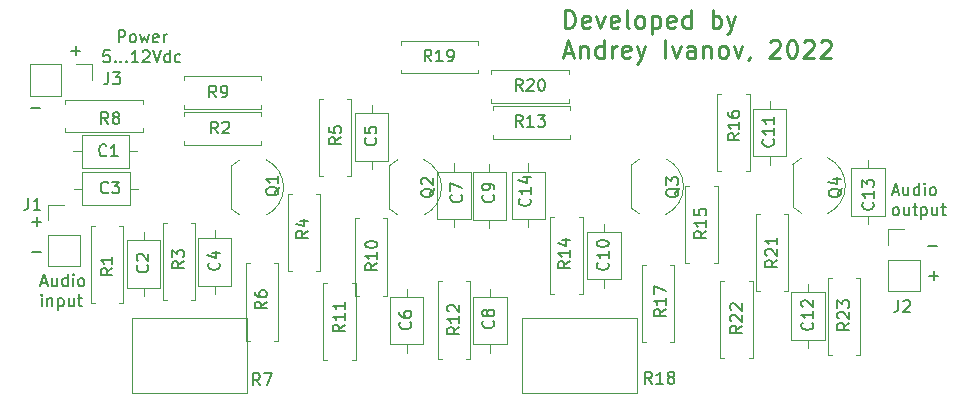
<source format=gbr>
%TF.GenerationSoftware,KiCad,Pcbnew,5.1.12*%
%TF.CreationDate,2021-12-29T22:32:17+01:00*%
%TF.ProjectId,Amplifier,416d706c-6966-4696-9572-2e6b69636164,rev?*%
%TF.SameCoordinates,Original*%
%TF.FileFunction,Legend,Top*%
%TF.FilePolarity,Positive*%
%FSLAX46Y46*%
G04 Gerber Fmt 4.6, Leading zero omitted, Abs format (unit mm)*
G04 Created by KiCad (PCBNEW 5.1.12) date 2021-12-29 22:32:17*
%MOMM*%
%LPD*%
G01*
G04 APERTURE LIST*
%ADD10C,0.250000*%
%ADD11C,0.150000*%
%ADD12C,0.200000*%
%ADD13C,0.120000*%
G04 APERTURE END LIST*
D10*
X146315642Y-46164571D02*
X146315642Y-44664571D01*
X146672785Y-44664571D01*
X146887071Y-44736000D01*
X147029928Y-44878857D01*
X147101357Y-45021714D01*
X147172785Y-45307428D01*
X147172785Y-45521714D01*
X147101357Y-45807428D01*
X147029928Y-45950285D01*
X146887071Y-46093142D01*
X146672785Y-46164571D01*
X146315642Y-46164571D01*
X148387071Y-46093142D02*
X148244214Y-46164571D01*
X147958500Y-46164571D01*
X147815642Y-46093142D01*
X147744214Y-45950285D01*
X147744214Y-45378857D01*
X147815642Y-45236000D01*
X147958500Y-45164571D01*
X148244214Y-45164571D01*
X148387071Y-45236000D01*
X148458500Y-45378857D01*
X148458500Y-45521714D01*
X147744214Y-45664571D01*
X148958500Y-45164571D02*
X149315642Y-46164571D01*
X149672785Y-45164571D01*
X150815642Y-46093142D02*
X150672785Y-46164571D01*
X150387071Y-46164571D01*
X150244214Y-46093142D01*
X150172785Y-45950285D01*
X150172785Y-45378857D01*
X150244214Y-45236000D01*
X150387071Y-45164571D01*
X150672785Y-45164571D01*
X150815642Y-45236000D01*
X150887071Y-45378857D01*
X150887071Y-45521714D01*
X150172785Y-45664571D01*
X151744214Y-46164571D02*
X151601357Y-46093142D01*
X151529928Y-45950285D01*
X151529928Y-44664571D01*
X152529928Y-46164571D02*
X152387071Y-46093142D01*
X152315642Y-46021714D01*
X152244214Y-45878857D01*
X152244214Y-45450285D01*
X152315642Y-45307428D01*
X152387071Y-45236000D01*
X152529928Y-45164571D01*
X152744214Y-45164571D01*
X152887071Y-45236000D01*
X152958500Y-45307428D01*
X153029928Y-45450285D01*
X153029928Y-45878857D01*
X152958500Y-46021714D01*
X152887071Y-46093142D01*
X152744214Y-46164571D01*
X152529928Y-46164571D01*
X153672785Y-45164571D02*
X153672785Y-46664571D01*
X153672785Y-45236000D02*
X153815642Y-45164571D01*
X154101357Y-45164571D01*
X154244214Y-45236000D01*
X154315642Y-45307428D01*
X154387071Y-45450285D01*
X154387071Y-45878857D01*
X154315642Y-46021714D01*
X154244214Y-46093142D01*
X154101357Y-46164571D01*
X153815642Y-46164571D01*
X153672785Y-46093142D01*
X155601357Y-46093142D02*
X155458500Y-46164571D01*
X155172785Y-46164571D01*
X155029928Y-46093142D01*
X154958500Y-45950285D01*
X154958500Y-45378857D01*
X155029928Y-45236000D01*
X155172785Y-45164571D01*
X155458500Y-45164571D01*
X155601357Y-45236000D01*
X155672785Y-45378857D01*
X155672785Y-45521714D01*
X154958500Y-45664571D01*
X156958500Y-46164571D02*
X156958500Y-44664571D01*
X156958500Y-46093142D02*
X156815642Y-46164571D01*
X156529928Y-46164571D01*
X156387071Y-46093142D01*
X156315642Y-46021714D01*
X156244214Y-45878857D01*
X156244214Y-45450285D01*
X156315642Y-45307428D01*
X156387071Y-45236000D01*
X156529928Y-45164571D01*
X156815642Y-45164571D01*
X156958500Y-45236000D01*
X158815642Y-46164571D02*
X158815642Y-44664571D01*
X158815642Y-45236000D02*
X158958500Y-45164571D01*
X159244214Y-45164571D01*
X159387071Y-45236000D01*
X159458500Y-45307428D01*
X159529928Y-45450285D01*
X159529928Y-45878857D01*
X159458500Y-46021714D01*
X159387071Y-46093142D01*
X159244214Y-46164571D01*
X158958500Y-46164571D01*
X158815642Y-46093142D01*
X160029928Y-45164571D02*
X160387071Y-46164571D01*
X160744214Y-45164571D02*
X160387071Y-46164571D01*
X160244214Y-46521714D01*
X160172785Y-46593142D01*
X160029928Y-46664571D01*
X146244214Y-48236000D02*
X146958500Y-48236000D01*
X146101357Y-48664571D02*
X146601357Y-47164571D01*
X147101357Y-48664571D01*
X147601357Y-47664571D02*
X147601357Y-48664571D01*
X147601357Y-47807428D02*
X147672785Y-47736000D01*
X147815642Y-47664571D01*
X148029928Y-47664571D01*
X148172785Y-47736000D01*
X148244214Y-47878857D01*
X148244214Y-48664571D01*
X149601357Y-48664571D02*
X149601357Y-47164571D01*
X149601357Y-48593142D02*
X149458500Y-48664571D01*
X149172785Y-48664571D01*
X149029928Y-48593142D01*
X148958500Y-48521714D01*
X148887071Y-48378857D01*
X148887071Y-47950285D01*
X148958500Y-47807428D01*
X149029928Y-47736000D01*
X149172785Y-47664571D01*
X149458500Y-47664571D01*
X149601357Y-47736000D01*
X150315642Y-48664571D02*
X150315642Y-47664571D01*
X150315642Y-47950285D02*
X150387071Y-47807428D01*
X150458500Y-47736000D01*
X150601357Y-47664571D01*
X150744214Y-47664571D01*
X151815642Y-48593142D02*
X151672785Y-48664571D01*
X151387071Y-48664571D01*
X151244214Y-48593142D01*
X151172785Y-48450285D01*
X151172785Y-47878857D01*
X151244214Y-47736000D01*
X151387071Y-47664571D01*
X151672785Y-47664571D01*
X151815642Y-47736000D01*
X151887071Y-47878857D01*
X151887071Y-48021714D01*
X151172785Y-48164571D01*
X152387071Y-47664571D02*
X152744214Y-48664571D01*
X153101357Y-47664571D02*
X152744214Y-48664571D01*
X152601357Y-49021714D01*
X152529928Y-49093142D01*
X152387071Y-49164571D01*
X154815642Y-48664571D02*
X154815642Y-47164571D01*
X155387071Y-47664571D02*
X155744214Y-48664571D01*
X156101357Y-47664571D01*
X157315642Y-48664571D02*
X157315642Y-47878857D01*
X157244214Y-47736000D01*
X157101357Y-47664571D01*
X156815642Y-47664571D01*
X156672785Y-47736000D01*
X157315642Y-48593142D02*
X157172785Y-48664571D01*
X156815642Y-48664571D01*
X156672785Y-48593142D01*
X156601357Y-48450285D01*
X156601357Y-48307428D01*
X156672785Y-48164571D01*
X156815642Y-48093142D01*
X157172785Y-48093142D01*
X157315642Y-48021714D01*
X158029928Y-47664571D02*
X158029928Y-48664571D01*
X158029928Y-47807428D02*
X158101357Y-47736000D01*
X158244214Y-47664571D01*
X158458500Y-47664571D01*
X158601357Y-47736000D01*
X158672785Y-47878857D01*
X158672785Y-48664571D01*
X159601357Y-48664571D02*
X159458500Y-48593142D01*
X159387071Y-48521714D01*
X159315642Y-48378857D01*
X159315642Y-47950285D01*
X159387071Y-47807428D01*
X159458500Y-47736000D01*
X159601357Y-47664571D01*
X159815642Y-47664571D01*
X159958500Y-47736000D01*
X160029928Y-47807428D01*
X160101357Y-47950285D01*
X160101357Y-48378857D01*
X160029928Y-48521714D01*
X159958500Y-48593142D01*
X159815642Y-48664571D01*
X159601357Y-48664571D01*
X160601357Y-47664571D02*
X160958500Y-48664571D01*
X161315642Y-47664571D01*
X161958500Y-48593142D02*
X161958500Y-48664571D01*
X161887071Y-48807428D01*
X161815642Y-48878857D01*
X163672785Y-47307428D02*
X163744214Y-47236000D01*
X163887071Y-47164571D01*
X164244214Y-47164571D01*
X164387071Y-47236000D01*
X164458500Y-47307428D01*
X164529928Y-47450285D01*
X164529928Y-47593142D01*
X164458500Y-47807428D01*
X163601357Y-48664571D01*
X164529928Y-48664571D01*
X165458500Y-47164571D02*
X165601357Y-47164571D01*
X165744214Y-47236000D01*
X165815642Y-47307428D01*
X165887071Y-47450285D01*
X165958500Y-47736000D01*
X165958500Y-48093142D01*
X165887071Y-48378857D01*
X165815642Y-48521714D01*
X165744214Y-48593142D01*
X165601357Y-48664571D01*
X165458500Y-48664571D01*
X165315642Y-48593142D01*
X165244214Y-48521714D01*
X165172785Y-48378857D01*
X165101357Y-48093142D01*
X165101357Y-47736000D01*
X165172785Y-47450285D01*
X165244214Y-47307428D01*
X165315642Y-47236000D01*
X165458500Y-47164571D01*
X166529928Y-47307428D02*
X166601357Y-47236000D01*
X166744214Y-47164571D01*
X167101357Y-47164571D01*
X167244214Y-47236000D01*
X167315642Y-47307428D01*
X167387071Y-47450285D01*
X167387071Y-47593142D01*
X167315642Y-47807428D01*
X166458500Y-48664571D01*
X167387071Y-48664571D01*
X167958500Y-47307428D02*
X168029928Y-47236000D01*
X168172785Y-47164571D01*
X168529928Y-47164571D01*
X168672785Y-47236000D01*
X168744214Y-47307428D01*
X168815642Y-47450285D01*
X168815642Y-47593142D01*
X168744214Y-47807428D01*
X167887071Y-48664571D01*
X168815642Y-48664571D01*
D11*
X177165047Y-67127428D02*
X177926952Y-67127428D01*
X177546000Y-67508380D02*
X177546000Y-66746476D01*
X177038047Y-64587428D02*
X177799952Y-64587428D01*
X101219047Y-65095428D02*
X101980952Y-65095428D01*
X101219047Y-62555428D02*
X101980952Y-62555428D01*
X101600000Y-62936380D02*
X101600000Y-62174476D01*
X101092047Y-52903428D02*
X101853952Y-52903428D01*
X104521047Y-48077428D02*
X105282952Y-48077428D01*
X104902000Y-48458380D02*
X104902000Y-47696476D01*
D12*
X108513809Y-47354380D02*
X108513809Y-46354380D01*
X108894761Y-46354380D01*
X108990000Y-46402000D01*
X109037619Y-46449619D01*
X109085238Y-46544857D01*
X109085238Y-46687714D01*
X109037619Y-46782952D01*
X108990000Y-46830571D01*
X108894761Y-46878190D01*
X108513809Y-46878190D01*
X109656666Y-47354380D02*
X109561428Y-47306761D01*
X109513809Y-47259142D01*
X109466190Y-47163904D01*
X109466190Y-46878190D01*
X109513809Y-46782952D01*
X109561428Y-46735333D01*
X109656666Y-46687714D01*
X109799523Y-46687714D01*
X109894761Y-46735333D01*
X109942380Y-46782952D01*
X109990000Y-46878190D01*
X109990000Y-47163904D01*
X109942380Y-47259142D01*
X109894761Y-47306761D01*
X109799523Y-47354380D01*
X109656666Y-47354380D01*
X110323333Y-46687714D02*
X110513809Y-47354380D01*
X110704285Y-46878190D01*
X110894761Y-47354380D01*
X111085238Y-46687714D01*
X111847142Y-47306761D02*
X111751904Y-47354380D01*
X111561428Y-47354380D01*
X111466190Y-47306761D01*
X111418571Y-47211523D01*
X111418571Y-46830571D01*
X111466190Y-46735333D01*
X111561428Y-46687714D01*
X111751904Y-46687714D01*
X111847142Y-46735333D01*
X111894761Y-46830571D01*
X111894761Y-46925809D01*
X111418571Y-47021047D01*
X112323333Y-47354380D02*
X112323333Y-46687714D01*
X112323333Y-46878190D02*
X112370952Y-46782952D01*
X112418571Y-46735333D01*
X112513809Y-46687714D01*
X112609047Y-46687714D01*
X107751904Y-48054380D02*
X107275714Y-48054380D01*
X107228095Y-48530571D01*
X107275714Y-48482952D01*
X107370952Y-48435333D01*
X107609047Y-48435333D01*
X107704285Y-48482952D01*
X107751904Y-48530571D01*
X107799523Y-48625809D01*
X107799523Y-48863904D01*
X107751904Y-48959142D01*
X107704285Y-49006761D01*
X107609047Y-49054380D01*
X107370952Y-49054380D01*
X107275714Y-49006761D01*
X107228095Y-48959142D01*
X108228095Y-48959142D02*
X108275714Y-49006761D01*
X108228095Y-49054380D01*
X108180476Y-49006761D01*
X108228095Y-48959142D01*
X108228095Y-49054380D01*
X108704285Y-48959142D02*
X108751904Y-49006761D01*
X108704285Y-49054380D01*
X108656666Y-49006761D01*
X108704285Y-48959142D01*
X108704285Y-49054380D01*
X109180476Y-48959142D02*
X109228095Y-49006761D01*
X109180476Y-49054380D01*
X109132857Y-49006761D01*
X109180476Y-48959142D01*
X109180476Y-49054380D01*
X110180476Y-49054380D02*
X109609047Y-49054380D01*
X109894761Y-49054380D02*
X109894761Y-48054380D01*
X109799523Y-48197238D01*
X109704285Y-48292476D01*
X109609047Y-48340095D01*
X110561428Y-48149619D02*
X110609047Y-48102000D01*
X110704285Y-48054380D01*
X110942380Y-48054380D01*
X111037619Y-48102000D01*
X111085238Y-48149619D01*
X111132857Y-48244857D01*
X111132857Y-48340095D01*
X111085238Y-48482952D01*
X110513809Y-49054380D01*
X111132857Y-49054380D01*
X111418571Y-48054380D02*
X111751904Y-49054380D01*
X112085238Y-48054380D01*
X112847142Y-49054380D02*
X112847142Y-48054380D01*
X112847142Y-49006761D02*
X112751904Y-49054380D01*
X112561428Y-49054380D01*
X112466190Y-49006761D01*
X112418571Y-48959142D01*
X112370952Y-48863904D01*
X112370952Y-48578190D01*
X112418571Y-48482952D01*
X112466190Y-48435333D01*
X112561428Y-48387714D01*
X112751904Y-48387714D01*
X112847142Y-48435333D01*
X113751904Y-49006761D02*
X113656666Y-49054380D01*
X113466190Y-49054380D01*
X113370952Y-49006761D01*
X113323333Y-48959142D01*
X113275714Y-48863904D01*
X113275714Y-48578190D01*
X113323333Y-48482952D01*
X113370952Y-48435333D01*
X113466190Y-48387714D01*
X113656666Y-48387714D01*
X113751904Y-48435333D01*
X174056476Y-60022666D02*
X174532666Y-60022666D01*
X173961238Y-60308380D02*
X174294571Y-59308380D01*
X174627904Y-60308380D01*
X175389809Y-59641714D02*
X175389809Y-60308380D01*
X174961238Y-59641714D02*
X174961238Y-60165523D01*
X175008857Y-60260761D01*
X175104095Y-60308380D01*
X175246952Y-60308380D01*
X175342190Y-60260761D01*
X175389809Y-60213142D01*
X176294571Y-60308380D02*
X176294571Y-59308380D01*
X176294571Y-60260761D02*
X176199333Y-60308380D01*
X176008857Y-60308380D01*
X175913619Y-60260761D01*
X175866000Y-60213142D01*
X175818380Y-60117904D01*
X175818380Y-59832190D01*
X175866000Y-59736952D01*
X175913619Y-59689333D01*
X176008857Y-59641714D01*
X176199333Y-59641714D01*
X176294571Y-59689333D01*
X176770761Y-60308380D02*
X176770761Y-59641714D01*
X176770761Y-59308380D02*
X176723142Y-59356000D01*
X176770761Y-59403619D01*
X176818380Y-59356000D01*
X176770761Y-59308380D01*
X176770761Y-59403619D01*
X177389809Y-60308380D02*
X177294571Y-60260761D01*
X177246952Y-60213142D01*
X177199333Y-60117904D01*
X177199333Y-59832190D01*
X177246952Y-59736952D01*
X177294571Y-59689333D01*
X177389809Y-59641714D01*
X177532666Y-59641714D01*
X177627904Y-59689333D01*
X177675523Y-59736952D01*
X177723142Y-59832190D01*
X177723142Y-60117904D01*
X177675523Y-60213142D01*
X177627904Y-60260761D01*
X177532666Y-60308380D01*
X177389809Y-60308380D01*
X174246952Y-62008380D02*
X174151714Y-61960761D01*
X174104095Y-61913142D01*
X174056476Y-61817904D01*
X174056476Y-61532190D01*
X174104095Y-61436952D01*
X174151714Y-61389333D01*
X174246952Y-61341714D01*
X174389809Y-61341714D01*
X174485047Y-61389333D01*
X174532666Y-61436952D01*
X174580285Y-61532190D01*
X174580285Y-61817904D01*
X174532666Y-61913142D01*
X174485047Y-61960761D01*
X174389809Y-62008380D01*
X174246952Y-62008380D01*
X175437428Y-61341714D02*
X175437428Y-62008380D01*
X175008857Y-61341714D02*
X175008857Y-61865523D01*
X175056476Y-61960761D01*
X175151714Y-62008380D01*
X175294571Y-62008380D01*
X175389809Y-61960761D01*
X175437428Y-61913142D01*
X175770761Y-61341714D02*
X176151714Y-61341714D01*
X175913619Y-61008380D02*
X175913619Y-61865523D01*
X175961238Y-61960761D01*
X176056476Y-62008380D01*
X176151714Y-62008380D01*
X176485047Y-61341714D02*
X176485047Y-62341714D01*
X176485047Y-61389333D02*
X176580285Y-61341714D01*
X176770761Y-61341714D01*
X176866000Y-61389333D01*
X176913619Y-61436952D01*
X176961238Y-61532190D01*
X176961238Y-61817904D01*
X176913619Y-61913142D01*
X176866000Y-61960761D01*
X176770761Y-62008380D01*
X176580285Y-62008380D01*
X176485047Y-61960761D01*
X177818380Y-61341714D02*
X177818380Y-62008380D01*
X177389809Y-61341714D02*
X177389809Y-61865523D01*
X177437428Y-61960761D01*
X177532666Y-62008380D01*
X177675523Y-62008380D01*
X177770761Y-61960761D01*
X177818380Y-61913142D01*
X178151714Y-61341714D02*
X178532666Y-61341714D01*
X178294571Y-61008380D02*
X178294571Y-61865523D01*
X178342190Y-61960761D01*
X178437428Y-62008380D01*
X178532666Y-62008380D01*
X101958576Y-67722166D02*
X102434766Y-67722166D01*
X101863338Y-68007880D02*
X102196671Y-67007880D01*
X102530004Y-68007880D01*
X103291909Y-67341214D02*
X103291909Y-68007880D01*
X102863338Y-67341214D02*
X102863338Y-67865023D01*
X102910957Y-67960261D01*
X103006195Y-68007880D01*
X103149052Y-68007880D01*
X103244290Y-67960261D01*
X103291909Y-67912642D01*
X104196671Y-68007880D02*
X104196671Y-67007880D01*
X104196671Y-67960261D02*
X104101433Y-68007880D01*
X103910957Y-68007880D01*
X103815719Y-67960261D01*
X103768100Y-67912642D01*
X103720480Y-67817404D01*
X103720480Y-67531690D01*
X103768100Y-67436452D01*
X103815719Y-67388833D01*
X103910957Y-67341214D01*
X104101433Y-67341214D01*
X104196671Y-67388833D01*
X104672861Y-68007880D02*
X104672861Y-67341214D01*
X104672861Y-67007880D02*
X104625242Y-67055500D01*
X104672861Y-67103119D01*
X104720480Y-67055500D01*
X104672861Y-67007880D01*
X104672861Y-67103119D01*
X105291909Y-68007880D02*
X105196671Y-67960261D01*
X105149052Y-67912642D01*
X105101433Y-67817404D01*
X105101433Y-67531690D01*
X105149052Y-67436452D01*
X105196671Y-67388833D01*
X105291909Y-67341214D01*
X105434766Y-67341214D01*
X105530004Y-67388833D01*
X105577623Y-67436452D01*
X105625242Y-67531690D01*
X105625242Y-67817404D01*
X105577623Y-67912642D01*
X105530004Y-67960261D01*
X105434766Y-68007880D01*
X105291909Y-68007880D01*
X102006195Y-69707880D02*
X102006195Y-69041214D01*
X102006195Y-68707880D02*
X101958576Y-68755500D01*
X102006195Y-68803119D01*
X102053814Y-68755500D01*
X102006195Y-68707880D01*
X102006195Y-68803119D01*
X102482385Y-69041214D02*
X102482385Y-69707880D01*
X102482385Y-69136452D02*
X102530004Y-69088833D01*
X102625242Y-69041214D01*
X102768100Y-69041214D01*
X102863338Y-69088833D01*
X102910957Y-69184071D01*
X102910957Y-69707880D01*
X103387147Y-69041214D02*
X103387147Y-70041214D01*
X103387147Y-69088833D02*
X103482385Y-69041214D01*
X103672861Y-69041214D01*
X103768100Y-69088833D01*
X103815719Y-69136452D01*
X103863338Y-69231690D01*
X103863338Y-69517404D01*
X103815719Y-69612642D01*
X103768100Y-69660261D01*
X103672861Y-69707880D01*
X103482385Y-69707880D01*
X103387147Y-69660261D01*
X104720480Y-69041214D02*
X104720480Y-69707880D01*
X104291909Y-69041214D02*
X104291909Y-69565023D01*
X104339528Y-69660261D01*
X104434766Y-69707880D01*
X104577623Y-69707880D01*
X104672861Y-69660261D01*
X104720480Y-69612642D01*
X105053814Y-69041214D02*
X105434766Y-69041214D01*
X105196671Y-68707880D02*
X105196671Y-69565023D01*
X105244290Y-69660261D01*
X105339528Y-69707880D01*
X105434766Y-69707880D01*
D13*
%TO.C,R7*%
X119425000Y-77030000D02*
X109655000Y-77030000D01*
X119425000Y-70690000D02*
X109655000Y-70690000D01*
X119425000Y-77030000D02*
X119425000Y-70690000D01*
X109655000Y-77030000D02*
X109655000Y-70690000D01*
%TO.C,Q3*%
X151896200Y-57779000D02*
X151896200Y-61379000D01*
X152623405Y-57254816D02*
G75*
G03*
X151896200Y-57779000I1122795J-2324184D01*
G01*
X154845007Y-57222600D02*
G75*
G02*
X156346200Y-59579000I-1098807J-2356400D01*
G01*
X154845007Y-61935400D02*
G75*
G03*
X156346200Y-59579000I-1098807J2356400D01*
G01*
X152623405Y-61903184D02*
G75*
G02*
X151896200Y-61379000I1122795J2324184D01*
G01*
%TO.C,Q2*%
X131411100Y-57842500D02*
X131411100Y-61442500D01*
X132138305Y-57318316D02*
G75*
G03*
X131411100Y-57842500I1122795J-2324184D01*
G01*
X134359907Y-57286100D02*
G75*
G02*
X135861100Y-59642500I-1098807J-2356400D01*
G01*
X134359907Y-61998900D02*
G75*
G03*
X135861100Y-59642500I-1098807J2356400D01*
G01*
X132138305Y-61966684D02*
G75*
G02*
X131411100Y-61442500I1122795J2324184D01*
G01*
%TO.C,R16*%
X161631500Y-51737000D02*
X161961500Y-51737000D01*
X161961500Y-51737000D02*
X161961500Y-58277000D01*
X161961500Y-58277000D02*
X161631500Y-58277000D01*
X159551500Y-51737000D02*
X159221500Y-51737000D01*
X159221500Y-51737000D02*
X159221500Y-58277000D01*
X159221500Y-58277000D02*
X159551500Y-58277000D01*
%TO.C,R15*%
X159231000Y-59547500D02*
X158901000Y-59547500D01*
X159231000Y-66087500D02*
X159231000Y-59547500D01*
X158901000Y-66087500D02*
X159231000Y-66087500D01*
X156491000Y-59547500D02*
X156821000Y-59547500D01*
X156491000Y-66087500D02*
X156491000Y-59547500D01*
X156821000Y-66087500D02*
X156491000Y-66087500D01*
%TO.C,Q1*%
X118038000Y-57855200D02*
X118038000Y-61455200D01*
X118765205Y-61979384D02*
G75*
G02*
X118038000Y-61455200I1122795J2324184D01*
G01*
X120986807Y-62011600D02*
G75*
G03*
X122488000Y-59655200I-1098807J2356400D01*
G01*
X120986807Y-57298800D02*
G75*
G02*
X122488000Y-59655200I-1098807J-2356400D01*
G01*
X118765205Y-57331016D02*
G75*
G03*
X118038000Y-57855200I1122795J-2324184D01*
G01*
%TO.C,R5*%
X127887600Y-52168800D02*
X128217600Y-52168800D01*
X128217600Y-52168800D02*
X128217600Y-58708800D01*
X128217600Y-58708800D02*
X127887600Y-58708800D01*
X125807600Y-52168800D02*
X125477600Y-52168800D01*
X125477600Y-52168800D02*
X125477600Y-58708800D01*
X125477600Y-58708800D02*
X125807600Y-58708800D01*
%TO.C,C5*%
X129946400Y-58088800D02*
X129946400Y-57398800D01*
X129946400Y-52668800D02*
X129946400Y-53358800D01*
X131366400Y-57398800D02*
X131366400Y-53358800D01*
X128526400Y-57398800D02*
X131366400Y-57398800D01*
X128526400Y-53358800D02*
X128526400Y-57398800D01*
X131366400Y-53358800D02*
X128526400Y-53358800D01*
%TO.C,R3*%
X114679600Y-62684400D02*
X115009600Y-62684400D01*
X115009600Y-62684400D02*
X115009600Y-69224400D01*
X115009600Y-69224400D02*
X114679600Y-69224400D01*
X112599600Y-62684400D02*
X112269600Y-62684400D01*
X112269600Y-62684400D02*
X112269600Y-69224400D01*
X112269600Y-69224400D02*
X112599600Y-69224400D01*
%TO.C,R8*%
X104019600Y-52570000D02*
X104019600Y-52240000D01*
X104019600Y-52240000D02*
X110559600Y-52240000D01*
X110559600Y-52240000D02*
X110559600Y-52570000D01*
X104019600Y-54650000D02*
X104019600Y-54980000D01*
X104019600Y-54980000D02*
X110559600Y-54980000D01*
X110559600Y-54980000D02*
X110559600Y-54650000D01*
%TO.C,R6*%
X119280000Y-72628000D02*
X119610000Y-72628000D01*
X119280000Y-66088000D02*
X119280000Y-72628000D01*
X119610000Y-66088000D02*
X119280000Y-66088000D01*
X122020000Y-72628000D02*
X121690000Y-72628000D01*
X122020000Y-66088000D02*
X122020000Y-72628000D01*
X121690000Y-66088000D02*
X122020000Y-66088000D01*
%TO.C,R17*%
X155218000Y-66215000D02*
X155548000Y-66215000D01*
X155548000Y-66215000D02*
X155548000Y-72755000D01*
X155548000Y-72755000D02*
X155218000Y-72755000D01*
X153138000Y-66215000D02*
X152808000Y-66215000D01*
X152808000Y-66215000D02*
X152808000Y-72755000D01*
X152808000Y-72755000D02*
X153138000Y-72755000D01*
%TO.C,C7*%
X135486000Y-62344800D02*
X138326000Y-62344800D01*
X138326000Y-62344800D02*
X138326000Y-58304800D01*
X138326000Y-58304800D02*
X135486000Y-58304800D01*
X135486000Y-58304800D02*
X135486000Y-62344800D01*
X136906000Y-63034800D02*
X136906000Y-62344800D01*
X136906000Y-57614800D02*
X136906000Y-58304800D01*
%TO.C,C3*%
X104741200Y-59756800D02*
X105431200Y-59756800D01*
X110161200Y-59756800D02*
X109471200Y-59756800D01*
X105431200Y-61176800D02*
X109471200Y-61176800D01*
X105431200Y-58336800D02*
X105431200Y-61176800D01*
X109471200Y-58336800D02*
X105431200Y-58336800D01*
X109471200Y-61176800D02*
X109471200Y-58336800D01*
%TO.C,C1*%
X109420400Y-58027200D02*
X109420400Y-55187200D01*
X109420400Y-55187200D02*
X105380400Y-55187200D01*
X105380400Y-55187200D02*
X105380400Y-58027200D01*
X105380400Y-58027200D02*
X109420400Y-58027200D01*
X110110400Y-56607200D02*
X109420400Y-56607200D01*
X104690400Y-56607200D02*
X105380400Y-56607200D01*
%TO.C,C4*%
X118056800Y-63925200D02*
X115216800Y-63925200D01*
X115216800Y-63925200D02*
X115216800Y-67965200D01*
X115216800Y-67965200D02*
X118056800Y-67965200D01*
X118056800Y-67965200D02*
X118056800Y-63925200D01*
X116636800Y-63235200D02*
X116636800Y-63925200D01*
X116636800Y-68655200D02*
X116636800Y-67965200D01*
%TO.C,C6*%
X132892800Y-73633600D02*
X132892800Y-72943600D01*
X132892800Y-68213600D02*
X132892800Y-68903600D01*
X134312800Y-72943600D02*
X134312800Y-68903600D01*
X131472800Y-72943600D02*
X134312800Y-72943600D01*
X131472800Y-68903600D02*
X131472800Y-72943600D01*
X134312800Y-68903600D02*
X131472800Y-68903600D01*
%TO.C,C2*%
X112062400Y-64128400D02*
X109222400Y-64128400D01*
X109222400Y-64128400D02*
X109222400Y-68168400D01*
X109222400Y-68168400D02*
X112062400Y-68168400D01*
X112062400Y-68168400D02*
X112062400Y-64128400D01*
X110642400Y-63438400D02*
X110642400Y-64128400D01*
X110642400Y-68858400D02*
X110642400Y-68168400D01*
%TO.C,R9*%
X120567200Y-52998800D02*
X120567200Y-52668800D01*
X114027200Y-52998800D02*
X120567200Y-52998800D01*
X114027200Y-52668800D02*
X114027200Y-52998800D01*
X120567200Y-50258800D02*
X120567200Y-50588800D01*
X114027200Y-50258800D02*
X120567200Y-50258800D01*
X114027200Y-50588800D02*
X114027200Y-50258800D01*
%TO.C,R2*%
X120567200Y-56046800D02*
X120567200Y-55716800D01*
X114027200Y-56046800D02*
X120567200Y-56046800D01*
X114027200Y-55716800D02*
X114027200Y-56046800D01*
X120567200Y-53306800D02*
X120567200Y-53636800D01*
X114027200Y-53306800D02*
X120567200Y-53306800D01*
X114027200Y-53636800D02*
X114027200Y-53306800D01*
%TO.C,R10*%
X130935600Y-62278000D02*
X131265600Y-62278000D01*
X131265600Y-62278000D02*
X131265600Y-68818000D01*
X131265600Y-68818000D02*
X130935600Y-68818000D01*
X128855600Y-62278000D02*
X128525600Y-62278000D01*
X128525600Y-62278000D02*
X128525600Y-68818000D01*
X128525600Y-68818000D02*
X128855600Y-68818000D01*
%TO.C,R4*%
X123166000Y-66735200D02*
X122836000Y-66735200D01*
X122836000Y-66735200D02*
X122836000Y-60195200D01*
X122836000Y-60195200D02*
X123166000Y-60195200D01*
X125246000Y-66735200D02*
X125576000Y-66735200D01*
X125576000Y-66735200D02*
X125576000Y-60195200D01*
X125576000Y-60195200D02*
X125246000Y-60195200D01*
%TO.C,R12*%
X135536000Y-74152000D02*
X135866000Y-74152000D01*
X135536000Y-67612000D02*
X135536000Y-74152000D01*
X135866000Y-67612000D02*
X135536000Y-67612000D01*
X138276000Y-74152000D02*
X137946000Y-74152000D01*
X138276000Y-67612000D02*
X138276000Y-74152000D01*
X137946000Y-67612000D02*
X138276000Y-67612000D01*
%TO.C,R1*%
X108583600Y-62887600D02*
X108913600Y-62887600D01*
X108913600Y-62887600D02*
X108913600Y-69427600D01*
X108913600Y-69427600D02*
X108583600Y-69427600D01*
X106503600Y-62887600D02*
X106173600Y-62887600D01*
X106173600Y-62887600D02*
X106173600Y-69427600D01*
X106173600Y-69427600D02*
X106503600Y-69427600D01*
%TO.C,R11*%
X125833200Y-74253600D02*
X126163200Y-74253600D01*
X125833200Y-67713600D02*
X125833200Y-74253600D01*
X126163200Y-67713600D02*
X125833200Y-67713600D01*
X128573200Y-74253600D02*
X128243200Y-74253600D01*
X128573200Y-67713600D02*
X128573200Y-74253600D01*
X128243200Y-67713600D02*
X128573200Y-67713600D01*
%TO.C,C13*%
X170538000Y-62047000D02*
X173378000Y-62047000D01*
X173378000Y-62047000D02*
X173378000Y-58007000D01*
X173378000Y-58007000D02*
X170538000Y-58007000D01*
X170538000Y-58007000D02*
X170538000Y-62047000D01*
X171958000Y-62737000D02*
X171958000Y-62047000D01*
X171958000Y-57317000D02*
X171958000Y-58007000D01*
%TO.C,C9*%
X139903200Y-63085600D02*
X139903200Y-62395600D01*
X139903200Y-57665600D02*
X139903200Y-58355600D01*
X141323200Y-62395600D02*
X141323200Y-58355600D01*
X138483200Y-62395600D02*
X141323200Y-62395600D01*
X138483200Y-58355600D02*
X138483200Y-62395600D01*
X141323200Y-58355600D02*
X138483200Y-58355600D01*
%TO.C,C10*%
X149606000Y-68127500D02*
X149606000Y-67437500D01*
X149606000Y-62707500D02*
X149606000Y-63397500D01*
X151026000Y-67437500D02*
X151026000Y-63397500D01*
X148186000Y-67437500D02*
X151026000Y-67437500D01*
X148186000Y-63397500D02*
X148186000Y-67437500D01*
X151026000Y-63397500D02*
X148186000Y-63397500D01*
%TO.C,C12*%
X166878000Y-73262000D02*
X166878000Y-72572000D01*
X166878000Y-67842000D02*
X166878000Y-68532000D01*
X168298000Y-72572000D02*
X168298000Y-68532000D01*
X165458000Y-72572000D02*
X168298000Y-72572000D01*
X165458000Y-68532000D02*
X165458000Y-72572000D01*
X168298000Y-68532000D02*
X165458000Y-68532000D01*
%TO.C,C14*%
X143205200Y-63034800D02*
X143205200Y-62344800D01*
X143205200Y-57614800D02*
X143205200Y-58304800D01*
X144625200Y-62344800D02*
X144625200Y-58304800D01*
X141785200Y-62344800D02*
X144625200Y-62344800D01*
X141785200Y-58304800D02*
X141785200Y-62344800D01*
X144625200Y-58304800D02*
X141785200Y-58304800D01*
%TO.C,C8*%
X141374000Y-68903600D02*
X138534000Y-68903600D01*
X138534000Y-68903600D02*
X138534000Y-72943600D01*
X138534000Y-72943600D02*
X141374000Y-72943600D01*
X141374000Y-72943600D02*
X141374000Y-68903600D01*
X139954000Y-68213600D02*
X139954000Y-68903600D01*
X139954000Y-73633600D02*
X139954000Y-72943600D01*
%TO.C,R19*%
X138956800Y-50001600D02*
X138956800Y-49671600D01*
X132416800Y-50001600D02*
X138956800Y-50001600D01*
X132416800Y-49671600D02*
X132416800Y-50001600D01*
X138956800Y-47261600D02*
X138956800Y-47591600D01*
X132416800Y-47261600D02*
X138956800Y-47261600D01*
X132416800Y-47591600D02*
X132416800Y-47261600D01*
%TO.C,R20*%
X146627600Y-52490800D02*
X146627600Y-52160800D01*
X140087600Y-52490800D02*
X146627600Y-52490800D01*
X140087600Y-52160800D02*
X140087600Y-52490800D01*
X146627600Y-49750800D02*
X146627600Y-50080800D01*
X140087600Y-49750800D02*
X146627600Y-49750800D01*
X140087600Y-50080800D02*
X140087600Y-49750800D01*
%TO.C,R13*%
X140189200Y-53128800D02*
X140189200Y-52798800D01*
X140189200Y-52798800D02*
X146729200Y-52798800D01*
X146729200Y-52798800D02*
X146729200Y-53128800D01*
X140189200Y-55208800D02*
X140189200Y-55538800D01*
X140189200Y-55538800D02*
X146729200Y-55538800D01*
X146729200Y-55538800D02*
X146729200Y-55208800D01*
%TO.C,R14*%
X145061000Y-68691000D02*
X145391000Y-68691000D01*
X145061000Y-62151000D02*
X145061000Y-68691000D01*
X145391000Y-62151000D02*
X145061000Y-62151000D01*
X147801000Y-68691000D02*
X147471000Y-68691000D01*
X147801000Y-62151000D02*
X147801000Y-68691000D01*
X147471000Y-62151000D02*
X147801000Y-62151000D01*
%TO.C,J1*%
X102556000Y-66319200D02*
X105216000Y-66319200D01*
X102556000Y-63719200D02*
X102556000Y-66319200D01*
X105216000Y-63719200D02*
X105216000Y-66319200D01*
X102556000Y-63719200D02*
X105216000Y-63719200D01*
X102556000Y-62449200D02*
X102556000Y-61119200D01*
X102556000Y-61119200D02*
X103886000Y-61119200D01*
%TO.C,J3*%
X106232000Y-49216000D02*
X106232000Y-50546000D01*
X104902000Y-49216000D02*
X106232000Y-49216000D01*
X103632000Y-49216000D02*
X103632000Y-51876000D01*
X103632000Y-51876000D02*
X101032000Y-51876000D01*
X103632000Y-49216000D02*
X101032000Y-49216000D01*
X101032000Y-49216000D02*
X101032000Y-51876000D01*
%TO.C,C11*%
X165059500Y-52990500D02*
X162219500Y-52990500D01*
X162219500Y-52990500D02*
X162219500Y-57030500D01*
X162219500Y-57030500D02*
X165059500Y-57030500D01*
X165059500Y-57030500D02*
X165059500Y-52990500D01*
X163639500Y-52300500D02*
X163639500Y-52990500D01*
X163639500Y-57720500D02*
X163639500Y-57030500D01*
%TO.C,Q4*%
X165599500Y-57702800D02*
X165599500Y-61302800D01*
X166326705Y-57178616D02*
G75*
G03*
X165599500Y-57702800I1122795J-2324184D01*
G01*
X168548307Y-57146400D02*
G75*
G02*
X170049500Y-59502800I-1098807J-2356400D01*
G01*
X168548307Y-61859200D02*
G75*
G03*
X170049500Y-59502800I-1098807J2356400D01*
G01*
X166326705Y-61826984D02*
G75*
G02*
X165599500Y-61302800I1122795J2324184D01*
G01*
%TO.C,R22*%
X161885500Y-67548500D02*
X162215500Y-67548500D01*
X162215500Y-67548500D02*
X162215500Y-74088500D01*
X162215500Y-74088500D02*
X161885500Y-74088500D01*
X159805500Y-67548500D02*
X159475500Y-67548500D01*
X159475500Y-67548500D02*
X159475500Y-74088500D01*
X159475500Y-74088500D02*
X159805500Y-74088500D01*
%TO.C,R23*%
X170966000Y-67342000D02*
X171296000Y-67342000D01*
X171296000Y-67342000D02*
X171296000Y-73882000D01*
X171296000Y-73882000D02*
X170966000Y-73882000D01*
X168886000Y-67342000D02*
X168556000Y-67342000D01*
X168556000Y-67342000D02*
X168556000Y-73882000D01*
X168556000Y-73882000D02*
X168886000Y-73882000D01*
%TO.C,J2*%
X173676000Y-68386000D02*
X176336000Y-68386000D01*
X173676000Y-65786000D02*
X173676000Y-68386000D01*
X176336000Y-65786000D02*
X176336000Y-68386000D01*
X173676000Y-65786000D02*
X176336000Y-65786000D01*
X173676000Y-64516000D02*
X173676000Y-63186000D01*
X173676000Y-63186000D02*
X175006000Y-63186000D01*
%TO.C,R21*%
X164870000Y-61897000D02*
X165200000Y-61897000D01*
X165200000Y-61897000D02*
X165200000Y-68437000D01*
X165200000Y-68437000D02*
X164870000Y-68437000D01*
X162790000Y-61897000D02*
X162460000Y-61897000D01*
X162460000Y-61897000D02*
X162460000Y-68437000D01*
X162460000Y-68437000D02*
X162790000Y-68437000D01*
%TO.C,R18*%
X142655000Y-77030000D02*
X142655000Y-70690000D01*
X152425000Y-77030000D02*
X152425000Y-70690000D01*
X152425000Y-70690000D02*
X142655000Y-70690000D01*
X152425000Y-77030000D02*
X142655000Y-77030000D01*
%TO.C,R7*%
D11*
X120483333Y-76398380D02*
X120150000Y-75922190D01*
X119911904Y-76398380D02*
X119911904Y-75398380D01*
X120292857Y-75398380D01*
X120388095Y-75446000D01*
X120435714Y-75493619D01*
X120483333Y-75588857D01*
X120483333Y-75731714D01*
X120435714Y-75826952D01*
X120388095Y-75874571D01*
X120292857Y-75922190D01*
X119911904Y-75922190D01*
X120816666Y-75398380D02*
X121483333Y-75398380D01*
X121054761Y-76398380D01*
%TO.C,Q3*%
X155995619Y-59712338D02*
X155948000Y-59807576D01*
X155852761Y-59902814D01*
X155709904Y-60045671D01*
X155662285Y-60140909D01*
X155662285Y-60236147D01*
X155900380Y-60188528D02*
X155852761Y-60283766D01*
X155757523Y-60379004D01*
X155567047Y-60426623D01*
X155233714Y-60426623D01*
X155043238Y-60379004D01*
X154948000Y-60283766D01*
X154900380Y-60188528D01*
X154900380Y-59998052D01*
X154948000Y-59902814D01*
X155043238Y-59807576D01*
X155233714Y-59759957D01*
X155567047Y-59759957D01*
X155757523Y-59807576D01*
X155852761Y-59902814D01*
X155900380Y-59998052D01*
X155900380Y-60188528D01*
X154900380Y-59426623D02*
X154900380Y-58807576D01*
X155281333Y-59140909D01*
X155281333Y-58998052D01*
X155328952Y-58902814D01*
X155376571Y-58855195D01*
X155471809Y-58807576D01*
X155709904Y-58807576D01*
X155805142Y-58855195D01*
X155852761Y-58902814D01*
X155900380Y-58998052D01*
X155900380Y-59283766D01*
X155852761Y-59379004D01*
X155805142Y-59426623D01*
%TO.C,Q2*%
X135231119Y-59737738D02*
X135183500Y-59832976D01*
X135088261Y-59928214D01*
X134945404Y-60071071D01*
X134897785Y-60166309D01*
X134897785Y-60261547D01*
X135135880Y-60213928D02*
X135088261Y-60309166D01*
X134993023Y-60404404D01*
X134802547Y-60452023D01*
X134469214Y-60452023D01*
X134278738Y-60404404D01*
X134183500Y-60309166D01*
X134135880Y-60213928D01*
X134135880Y-60023452D01*
X134183500Y-59928214D01*
X134278738Y-59832976D01*
X134469214Y-59785357D01*
X134802547Y-59785357D01*
X134993023Y-59832976D01*
X135088261Y-59928214D01*
X135135880Y-60023452D01*
X135135880Y-60213928D01*
X134231119Y-59404404D02*
X134183500Y-59356785D01*
X134135880Y-59261547D01*
X134135880Y-59023452D01*
X134183500Y-58928214D01*
X134231119Y-58880595D01*
X134326357Y-58832976D01*
X134421595Y-58832976D01*
X134564452Y-58880595D01*
X135135880Y-59452023D01*
X135135880Y-58832976D01*
%TO.C,R16*%
X161081980Y-55065657D02*
X160605790Y-55398990D01*
X161081980Y-55637085D02*
X160081980Y-55637085D01*
X160081980Y-55256133D01*
X160129600Y-55160895D01*
X160177219Y-55113276D01*
X160272457Y-55065657D01*
X160415314Y-55065657D01*
X160510552Y-55113276D01*
X160558171Y-55160895D01*
X160605790Y-55256133D01*
X160605790Y-55637085D01*
X161081980Y-54113276D02*
X161081980Y-54684704D01*
X161081980Y-54398990D02*
X160081980Y-54398990D01*
X160224838Y-54494228D01*
X160320076Y-54589466D01*
X160367695Y-54684704D01*
X160081980Y-53256133D02*
X160081980Y-53446609D01*
X160129600Y-53541847D01*
X160177219Y-53589466D01*
X160320076Y-53684704D01*
X160510552Y-53732323D01*
X160891504Y-53732323D01*
X160986742Y-53684704D01*
X161034361Y-53637085D01*
X161081980Y-53541847D01*
X161081980Y-53351371D01*
X161034361Y-53256133D01*
X160986742Y-53208514D01*
X160891504Y-53160895D01*
X160653409Y-53160895D01*
X160558171Y-53208514D01*
X160510552Y-53256133D01*
X160462933Y-53351371D01*
X160462933Y-53541847D01*
X160510552Y-53637085D01*
X160558171Y-53684704D01*
X160653409Y-53732323D01*
%TO.C,R15*%
X158262580Y-63358757D02*
X157786390Y-63692090D01*
X158262580Y-63930185D02*
X157262580Y-63930185D01*
X157262580Y-63549233D01*
X157310200Y-63453995D01*
X157357819Y-63406376D01*
X157453057Y-63358757D01*
X157595914Y-63358757D01*
X157691152Y-63406376D01*
X157738771Y-63453995D01*
X157786390Y-63549233D01*
X157786390Y-63930185D01*
X158262580Y-62406376D02*
X158262580Y-62977804D01*
X158262580Y-62692090D02*
X157262580Y-62692090D01*
X157405438Y-62787328D01*
X157500676Y-62882566D01*
X157548295Y-62977804D01*
X157262580Y-61501614D02*
X157262580Y-61977804D01*
X157738771Y-62025423D01*
X157691152Y-61977804D01*
X157643533Y-61882566D01*
X157643533Y-61644471D01*
X157691152Y-61549233D01*
X157738771Y-61501614D01*
X157834009Y-61453995D01*
X158072104Y-61453995D01*
X158167342Y-61501614D01*
X158214961Y-61549233D01*
X158262580Y-61644471D01*
X158262580Y-61882566D01*
X158214961Y-61977804D01*
X158167342Y-62025423D01*
%TO.C,Q1*%
X122112019Y-59598038D02*
X122064400Y-59693276D01*
X121969161Y-59788514D01*
X121826304Y-59931371D01*
X121778685Y-60026609D01*
X121778685Y-60121847D01*
X122016780Y-60074228D02*
X121969161Y-60169466D01*
X121873923Y-60264704D01*
X121683447Y-60312323D01*
X121350114Y-60312323D01*
X121159638Y-60264704D01*
X121064400Y-60169466D01*
X121016780Y-60074228D01*
X121016780Y-59883752D01*
X121064400Y-59788514D01*
X121159638Y-59693276D01*
X121350114Y-59645657D01*
X121683447Y-59645657D01*
X121873923Y-59693276D01*
X121969161Y-59788514D01*
X122016780Y-59883752D01*
X122016780Y-60074228D01*
X122016780Y-58693276D02*
X122016780Y-59264704D01*
X122016780Y-58978990D02*
X121016780Y-58978990D01*
X121159638Y-59074228D01*
X121254876Y-59169466D01*
X121302495Y-59264704D01*
%TO.C,R5*%
X127350780Y-55402266D02*
X126874590Y-55735600D01*
X127350780Y-55973695D02*
X126350780Y-55973695D01*
X126350780Y-55592742D01*
X126398400Y-55497504D01*
X126446019Y-55449885D01*
X126541257Y-55402266D01*
X126684114Y-55402266D01*
X126779352Y-55449885D01*
X126826971Y-55497504D01*
X126874590Y-55592742D01*
X126874590Y-55973695D01*
X126350780Y-54497504D02*
X126350780Y-54973695D01*
X126826971Y-55021314D01*
X126779352Y-54973695D01*
X126731733Y-54878457D01*
X126731733Y-54640361D01*
X126779352Y-54545123D01*
X126826971Y-54497504D01*
X126922209Y-54449885D01*
X127160304Y-54449885D01*
X127255542Y-54497504D01*
X127303161Y-54545123D01*
X127350780Y-54640361D01*
X127350780Y-54878457D01*
X127303161Y-54973695D01*
X127255542Y-55021314D01*
%TO.C,C5*%
X130252742Y-55453066D02*
X130300361Y-55500685D01*
X130347980Y-55643542D01*
X130347980Y-55738780D01*
X130300361Y-55881638D01*
X130205123Y-55976876D01*
X130109885Y-56024495D01*
X129919409Y-56072114D01*
X129776552Y-56072114D01*
X129586076Y-56024495D01*
X129490838Y-55976876D01*
X129395600Y-55881638D01*
X129347980Y-55738780D01*
X129347980Y-55643542D01*
X129395600Y-55500685D01*
X129443219Y-55453066D01*
X129347980Y-54548304D02*
X129347980Y-55024495D01*
X129824171Y-55072114D01*
X129776552Y-55024495D01*
X129728933Y-54929257D01*
X129728933Y-54691161D01*
X129776552Y-54595923D01*
X129824171Y-54548304D01*
X129919409Y-54500685D01*
X130157504Y-54500685D01*
X130252742Y-54548304D01*
X130300361Y-54595923D01*
X130347980Y-54691161D01*
X130347980Y-54929257D01*
X130300361Y-55024495D01*
X130252742Y-55072114D01*
%TO.C,R3*%
X114041180Y-65917866D02*
X113564990Y-66251200D01*
X114041180Y-66489295D02*
X113041180Y-66489295D01*
X113041180Y-66108342D01*
X113088800Y-66013104D01*
X113136419Y-65965485D01*
X113231657Y-65917866D01*
X113374514Y-65917866D01*
X113469752Y-65965485D01*
X113517371Y-66013104D01*
X113564990Y-66108342D01*
X113564990Y-66489295D01*
X113041180Y-65584533D02*
X113041180Y-64965485D01*
X113422133Y-65298819D01*
X113422133Y-65155961D01*
X113469752Y-65060723D01*
X113517371Y-65013104D01*
X113612609Y-64965485D01*
X113850704Y-64965485D01*
X113945942Y-65013104D01*
X113993561Y-65060723D01*
X114041180Y-65155961D01*
X114041180Y-65441676D01*
X113993561Y-65536914D01*
X113945942Y-65584533D01*
%TO.C,R8*%
X107630933Y-54265580D02*
X107297600Y-53789390D01*
X107059504Y-54265580D02*
X107059504Y-53265580D01*
X107440457Y-53265580D01*
X107535695Y-53313200D01*
X107583314Y-53360819D01*
X107630933Y-53456057D01*
X107630933Y-53598914D01*
X107583314Y-53694152D01*
X107535695Y-53741771D01*
X107440457Y-53789390D01*
X107059504Y-53789390D01*
X108202361Y-53694152D02*
X108107123Y-53646533D01*
X108059504Y-53598914D01*
X108011885Y-53503676D01*
X108011885Y-53456057D01*
X108059504Y-53360819D01*
X108107123Y-53313200D01*
X108202361Y-53265580D01*
X108392838Y-53265580D01*
X108488076Y-53313200D01*
X108535695Y-53360819D01*
X108583314Y-53456057D01*
X108583314Y-53503676D01*
X108535695Y-53598914D01*
X108488076Y-53646533D01*
X108392838Y-53694152D01*
X108202361Y-53694152D01*
X108107123Y-53741771D01*
X108059504Y-53789390D01*
X108011885Y-53884628D01*
X108011885Y-54075104D01*
X108059504Y-54170342D01*
X108107123Y-54217961D01*
X108202361Y-54265580D01*
X108392838Y-54265580D01*
X108488076Y-54217961D01*
X108535695Y-54170342D01*
X108583314Y-54075104D01*
X108583314Y-53884628D01*
X108535695Y-53789390D01*
X108488076Y-53741771D01*
X108392838Y-53694152D01*
%TO.C,R6*%
X121051580Y-69321466D02*
X120575390Y-69654800D01*
X121051580Y-69892895D02*
X120051580Y-69892895D01*
X120051580Y-69511942D01*
X120099200Y-69416704D01*
X120146819Y-69369085D01*
X120242057Y-69321466D01*
X120384914Y-69321466D01*
X120480152Y-69369085D01*
X120527771Y-69416704D01*
X120575390Y-69511942D01*
X120575390Y-69892895D01*
X120051580Y-68464323D02*
X120051580Y-68654800D01*
X120099200Y-68750038D01*
X120146819Y-68797657D01*
X120289676Y-68892895D01*
X120480152Y-68940514D01*
X120861104Y-68940514D01*
X120956342Y-68892895D01*
X121003961Y-68845276D01*
X121051580Y-68750038D01*
X121051580Y-68559561D01*
X121003961Y-68464323D01*
X120956342Y-68416704D01*
X120861104Y-68369085D01*
X120623009Y-68369085D01*
X120527771Y-68416704D01*
X120480152Y-68464323D01*
X120432533Y-68559561D01*
X120432533Y-68750038D01*
X120480152Y-68845276D01*
X120527771Y-68892895D01*
X120623009Y-68940514D01*
%TO.C,R17*%
X154846280Y-69950057D02*
X154370090Y-70283390D01*
X154846280Y-70521485D02*
X153846280Y-70521485D01*
X153846280Y-70140533D01*
X153893900Y-70045295D01*
X153941519Y-69997676D01*
X154036757Y-69950057D01*
X154179614Y-69950057D01*
X154274852Y-69997676D01*
X154322471Y-70045295D01*
X154370090Y-70140533D01*
X154370090Y-70521485D01*
X154846280Y-68997676D02*
X154846280Y-69569104D01*
X154846280Y-69283390D02*
X153846280Y-69283390D01*
X153989138Y-69378628D01*
X154084376Y-69473866D01*
X154131995Y-69569104D01*
X153846280Y-68664342D02*
X153846280Y-67997676D01*
X154846280Y-68426247D01*
%TO.C,C7*%
X137517142Y-60279066D02*
X137564761Y-60326685D01*
X137612380Y-60469542D01*
X137612380Y-60564780D01*
X137564761Y-60707638D01*
X137469523Y-60802876D01*
X137374285Y-60850495D01*
X137183809Y-60898114D01*
X137040952Y-60898114D01*
X136850476Y-60850495D01*
X136755238Y-60802876D01*
X136660000Y-60707638D01*
X136612380Y-60564780D01*
X136612380Y-60469542D01*
X136660000Y-60326685D01*
X136707619Y-60279066D01*
X136612380Y-59945733D02*
X136612380Y-59279066D01*
X137612380Y-59707638D01*
%TO.C,C3*%
X107630933Y-60063142D02*
X107583314Y-60110761D01*
X107440457Y-60158380D01*
X107345219Y-60158380D01*
X107202361Y-60110761D01*
X107107123Y-60015523D01*
X107059504Y-59920285D01*
X107011885Y-59729809D01*
X107011885Y-59586952D01*
X107059504Y-59396476D01*
X107107123Y-59301238D01*
X107202361Y-59206000D01*
X107345219Y-59158380D01*
X107440457Y-59158380D01*
X107583314Y-59206000D01*
X107630933Y-59253619D01*
X107964266Y-59158380D02*
X108583314Y-59158380D01*
X108249980Y-59539333D01*
X108392838Y-59539333D01*
X108488076Y-59586952D01*
X108535695Y-59634571D01*
X108583314Y-59729809D01*
X108583314Y-59967904D01*
X108535695Y-60063142D01*
X108488076Y-60110761D01*
X108392838Y-60158380D01*
X108107123Y-60158380D01*
X108011885Y-60110761D01*
X107964266Y-60063142D01*
%TO.C,C1*%
X107478533Y-56913542D02*
X107430914Y-56961161D01*
X107288057Y-57008780D01*
X107192819Y-57008780D01*
X107049961Y-56961161D01*
X106954723Y-56865923D01*
X106907104Y-56770685D01*
X106859485Y-56580209D01*
X106859485Y-56437352D01*
X106907104Y-56246876D01*
X106954723Y-56151638D01*
X107049961Y-56056400D01*
X107192819Y-56008780D01*
X107288057Y-56008780D01*
X107430914Y-56056400D01*
X107478533Y-56104019D01*
X108430914Y-57008780D02*
X107859485Y-57008780D01*
X108145200Y-57008780D02*
X108145200Y-56008780D01*
X108049961Y-56151638D01*
X107954723Y-56246876D01*
X107859485Y-56294495D01*
%TO.C,C4*%
X116993942Y-66019466D02*
X117041561Y-66067085D01*
X117089180Y-66209942D01*
X117089180Y-66305180D01*
X117041561Y-66448038D01*
X116946323Y-66543276D01*
X116851085Y-66590895D01*
X116660609Y-66638514D01*
X116517752Y-66638514D01*
X116327276Y-66590895D01*
X116232038Y-66543276D01*
X116136800Y-66448038D01*
X116089180Y-66305180D01*
X116089180Y-66209942D01*
X116136800Y-66067085D01*
X116184419Y-66019466D01*
X116422514Y-65162323D02*
X117089180Y-65162323D01*
X116041561Y-65400419D02*
X116755847Y-65638514D01*
X116755847Y-65019466D01*
%TO.C,C6*%
X133199142Y-71048666D02*
X133246761Y-71096285D01*
X133294380Y-71239142D01*
X133294380Y-71334380D01*
X133246761Y-71477238D01*
X133151523Y-71572476D01*
X133056285Y-71620095D01*
X132865809Y-71667714D01*
X132722952Y-71667714D01*
X132532476Y-71620095D01*
X132437238Y-71572476D01*
X132342000Y-71477238D01*
X132294380Y-71334380D01*
X132294380Y-71239142D01*
X132342000Y-71096285D01*
X132389619Y-71048666D01*
X132294380Y-70191523D02*
X132294380Y-70382000D01*
X132342000Y-70477238D01*
X132389619Y-70524857D01*
X132532476Y-70620095D01*
X132722952Y-70667714D01*
X133103904Y-70667714D01*
X133199142Y-70620095D01*
X133246761Y-70572476D01*
X133294380Y-70477238D01*
X133294380Y-70286761D01*
X133246761Y-70191523D01*
X133199142Y-70143904D01*
X133103904Y-70096285D01*
X132865809Y-70096285D01*
X132770571Y-70143904D01*
X132722952Y-70191523D01*
X132675333Y-70286761D01*
X132675333Y-70477238D01*
X132722952Y-70572476D01*
X132770571Y-70620095D01*
X132865809Y-70667714D01*
%TO.C,C2*%
X110948742Y-66222666D02*
X110996361Y-66270285D01*
X111043980Y-66413142D01*
X111043980Y-66508380D01*
X110996361Y-66651238D01*
X110901123Y-66746476D01*
X110805885Y-66794095D01*
X110615409Y-66841714D01*
X110472552Y-66841714D01*
X110282076Y-66794095D01*
X110186838Y-66746476D01*
X110091600Y-66651238D01*
X110043980Y-66508380D01*
X110043980Y-66413142D01*
X110091600Y-66270285D01*
X110139219Y-66222666D01*
X110139219Y-65841714D02*
X110091600Y-65794095D01*
X110043980Y-65698857D01*
X110043980Y-65460761D01*
X110091600Y-65365523D01*
X110139219Y-65317904D01*
X110234457Y-65270285D01*
X110329695Y-65270285D01*
X110472552Y-65317904D01*
X111043980Y-65889333D01*
X111043980Y-65270285D01*
%TO.C,R9*%
X116774933Y-52030380D02*
X116441600Y-51554190D01*
X116203504Y-52030380D02*
X116203504Y-51030380D01*
X116584457Y-51030380D01*
X116679695Y-51078000D01*
X116727314Y-51125619D01*
X116774933Y-51220857D01*
X116774933Y-51363714D01*
X116727314Y-51458952D01*
X116679695Y-51506571D01*
X116584457Y-51554190D01*
X116203504Y-51554190D01*
X117251123Y-52030380D02*
X117441600Y-52030380D01*
X117536838Y-51982761D01*
X117584457Y-51935142D01*
X117679695Y-51792285D01*
X117727314Y-51601809D01*
X117727314Y-51220857D01*
X117679695Y-51125619D01*
X117632076Y-51078000D01*
X117536838Y-51030380D01*
X117346361Y-51030380D01*
X117251123Y-51078000D01*
X117203504Y-51125619D01*
X117155885Y-51220857D01*
X117155885Y-51458952D01*
X117203504Y-51554190D01*
X117251123Y-51601809D01*
X117346361Y-51649428D01*
X117536838Y-51649428D01*
X117632076Y-51601809D01*
X117679695Y-51554190D01*
X117727314Y-51458952D01*
%TO.C,R2*%
X116927333Y-55078380D02*
X116594000Y-54602190D01*
X116355904Y-55078380D02*
X116355904Y-54078380D01*
X116736857Y-54078380D01*
X116832095Y-54126000D01*
X116879714Y-54173619D01*
X116927333Y-54268857D01*
X116927333Y-54411714D01*
X116879714Y-54506952D01*
X116832095Y-54554571D01*
X116736857Y-54602190D01*
X116355904Y-54602190D01*
X117308285Y-54173619D02*
X117355904Y-54126000D01*
X117451142Y-54078380D01*
X117689238Y-54078380D01*
X117784476Y-54126000D01*
X117832095Y-54173619D01*
X117879714Y-54268857D01*
X117879714Y-54364095D01*
X117832095Y-54506952D01*
X117260666Y-55078380D01*
X117879714Y-55078380D01*
%TO.C,R10*%
X130398780Y-66089257D02*
X129922590Y-66422590D01*
X130398780Y-66660685D02*
X129398780Y-66660685D01*
X129398780Y-66279733D01*
X129446400Y-66184495D01*
X129494019Y-66136876D01*
X129589257Y-66089257D01*
X129732114Y-66089257D01*
X129827352Y-66136876D01*
X129874971Y-66184495D01*
X129922590Y-66279733D01*
X129922590Y-66660685D01*
X130398780Y-65136876D02*
X130398780Y-65708304D01*
X130398780Y-65422590D02*
X129398780Y-65422590D01*
X129541638Y-65517828D01*
X129636876Y-65613066D01*
X129684495Y-65708304D01*
X129398780Y-64517828D02*
X129398780Y-64422590D01*
X129446400Y-64327352D01*
X129494019Y-64279733D01*
X129589257Y-64232114D01*
X129779733Y-64184495D01*
X130017828Y-64184495D01*
X130208304Y-64232114D01*
X130303542Y-64279733D01*
X130351161Y-64327352D01*
X130398780Y-64422590D01*
X130398780Y-64517828D01*
X130351161Y-64613066D01*
X130303542Y-64660685D01*
X130208304Y-64708304D01*
X130017828Y-64755923D01*
X129779733Y-64755923D01*
X129589257Y-64708304D01*
X129494019Y-64660685D01*
X129446400Y-64613066D01*
X129398780Y-64517828D01*
%TO.C,R4*%
X124556780Y-63327066D02*
X124080590Y-63660400D01*
X124556780Y-63898495D02*
X123556780Y-63898495D01*
X123556780Y-63517542D01*
X123604400Y-63422304D01*
X123652019Y-63374685D01*
X123747257Y-63327066D01*
X123890114Y-63327066D01*
X123985352Y-63374685D01*
X124032971Y-63422304D01*
X124080590Y-63517542D01*
X124080590Y-63898495D01*
X123890114Y-62469923D02*
X124556780Y-62469923D01*
X123509161Y-62708019D02*
X124223447Y-62946114D01*
X124223447Y-62327066D01*
%TO.C,R12*%
X137358380Y-71474057D02*
X136882190Y-71807390D01*
X137358380Y-72045485D02*
X136358380Y-72045485D01*
X136358380Y-71664533D01*
X136406000Y-71569295D01*
X136453619Y-71521676D01*
X136548857Y-71474057D01*
X136691714Y-71474057D01*
X136786952Y-71521676D01*
X136834571Y-71569295D01*
X136882190Y-71664533D01*
X136882190Y-72045485D01*
X137358380Y-70521676D02*
X137358380Y-71093104D01*
X137358380Y-70807390D02*
X136358380Y-70807390D01*
X136501238Y-70902628D01*
X136596476Y-70997866D01*
X136644095Y-71093104D01*
X136453619Y-70140723D02*
X136406000Y-70093104D01*
X136358380Y-69997866D01*
X136358380Y-69759771D01*
X136406000Y-69664533D01*
X136453619Y-69616914D01*
X136548857Y-69569295D01*
X136644095Y-69569295D01*
X136786952Y-69616914D01*
X137358380Y-70188342D01*
X137358380Y-69569295D01*
%TO.C,R1*%
X107995980Y-66476666D02*
X107519790Y-66810000D01*
X107995980Y-67048095D02*
X106995980Y-67048095D01*
X106995980Y-66667142D01*
X107043600Y-66571904D01*
X107091219Y-66524285D01*
X107186457Y-66476666D01*
X107329314Y-66476666D01*
X107424552Y-66524285D01*
X107472171Y-66571904D01*
X107519790Y-66667142D01*
X107519790Y-67048095D01*
X107995980Y-65524285D02*
X107995980Y-66095714D01*
X107995980Y-65810000D02*
X106995980Y-65810000D01*
X107138838Y-65905238D01*
X107234076Y-66000476D01*
X107281695Y-66095714D01*
%TO.C,R11*%
X127655580Y-71270857D02*
X127179390Y-71604190D01*
X127655580Y-71842285D02*
X126655580Y-71842285D01*
X126655580Y-71461333D01*
X126703200Y-71366095D01*
X126750819Y-71318476D01*
X126846057Y-71270857D01*
X126988914Y-71270857D01*
X127084152Y-71318476D01*
X127131771Y-71366095D01*
X127179390Y-71461333D01*
X127179390Y-71842285D01*
X127655580Y-70318476D02*
X127655580Y-70889904D01*
X127655580Y-70604190D02*
X126655580Y-70604190D01*
X126798438Y-70699428D01*
X126893676Y-70794666D01*
X126941295Y-70889904D01*
X127655580Y-69366095D02*
X127655580Y-69937523D01*
X127655580Y-69651809D02*
X126655580Y-69651809D01*
X126798438Y-69747047D01*
X126893676Y-69842285D01*
X126941295Y-69937523D01*
%TO.C,C13*%
X172365942Y-60914657D02*
X172413561Y-60962276D01*
X172461180Y-61105133D01*
X172461180Y-61200371D01*
X172413561Y-61343228D01*
X172318323Y-61438466D01*
X172223085Y-61486085D01*
X172032609Y-61533704D01*
X171889752Y-61533704D01*
X171699276Y-61486085D01*
X171604038Y-61438466D01*
X171508800Y-61343228D01*
X171461180Y-61200371D01*
X171461180Y-61105133D01*
X171508800Y-60962276D01*
X171556419Y-60914657D01*
X172461180Y-59962276D02*
X172461180Y-60533704D01*
X172461180Y-60247990D02*
X171461180Y-60247990D01*
X171604038Y-60343228D01*
X171699276Y-60438466D01*
X171746895Y-60533704D01*
X171461180Y-59628942D02*
X171461180Y-59009895D01*
X171842133Y-59343228D01*
X171842133Y-59200371D01*
X171889752Y-59105133D01*
X171937371Y-59057514D01*
X172032609Y-59009895D01*
X172270704Y-59009895D01*
X172365942Y-59057514D01*
X172413561Y-59105133D01*
X172461180Y-59200371D01*
X172461180Y-59486085D01*
X172413561Y-59581323D01*
X172365942Y-59628942D01*
%TO.C,C9*%
X140209542Y-60279066D02*
X140257161Y-60326685D01*
X140304780Y-60469542D01*
X140304780Y-60564780D01*
X140257161Y-60707638D01*
X140161923Y-60802876D01*
X140066685Y-60850495D01*
X139876209Y-60898114D01*
X139733352Y-60898114D01*
X139542876Y-60850495D01*
X139447638Y-60802876D01*
X139352400Y-60707638D01*
X139304780Y-60564780D01*
X139304780Y-60469542D01*
X139352400Y-60326685D01*
X139400019Y-60279066D01*
X140304780Y-59802876D02*
X140304780Y-59612400D01*
X140257161Y-59517161D01*
X140209542Y-59469542D01*
X140066685Y-59374304D01*
X139876209Y-59326685D01*
X139495257Y-59326685D01*
X139400019Y-59374304D01*
X139352400Y-59421923D01*
X139304780Y-59517161D01*
X139304780Y-59707638D01*
X139352400Y-59802876D01*
X139400019Y-59850495D01*
X139495257Y-59898114D01*
X139733352Y-59898114D01*
X139828590Y-59850495D01*
X139876209Y-59802876D01*
X139923828Y-59707638D01*
X139923828Y-59517161D01*
X139876209Y-59421923D01*
X139828590Y-59374304D01*
X139733352Y-59326685D01*
%TO.C,C10*%
X149912342Y-66018757D02*
X149959961Y-66066376D01*
X150007580Y-66209233D01*
X150007580Y-66304471D01*
X149959961Y-66447328D01*
X149864723Y-66542566D01*
X149769485Y-66590185D01*
X149579009Y-66637804D01*
X149436152Y-66637804D01*
X149245676Y-66590185D01*
X149150438Y-66542566D01*
X149055200Y-66447328D01*
X149007580Y-66304471D01*
X149007580Y-66209233D01*
X149055200Y-66066376D01*
X149102819Y-66018757D01*
X150007580Y-65066376D02*
X150007580Y-65637804D01*
X150007580Y-65352090D02*
X149007580Y-65352090D01*
X149150438Y-65447328D01*
X149245676Y-65542566D01*
X149293295Y-65637804D01*
X149007580Y-64447328D02*
X149007580Y-64352090D01*
X149055200Y-64256852D01*
X149102819Y-64209233D01*
X149198057Y-64161614D01*
X149388533Y-64113995D01*
X149626628Y-64113995D01*
X149817104Y-64161614D01*
X149912342Y-64209233D01*
X149959961Y-64256852D01*
X150007580Y-64352090D01*
X150007580Y-64447328D01*
X149959961Y-64542566D01*
X149912342Y-64590185D01*
X149817104Y-64637804D01*
X149626628Y-64685423D01*
X149388533Y-64685423D01*
X149198057Y-64637804D01*
X149102819Y-64590185D01*
X149055200Y-64542566D01*
X149007580Y-64447328D01*
%TO.C,C12*%
X167235142Y-71102457D02*
X167282761Y-71150076D01*
X167330380Y-71292933D01*
X167330380Y-71388171D01*
X167282761Y-71531028D01*
X167187523Y-71626266D01*
X167092285Y-71673885D01*
X166901809Y-71721504D01*
X166758952Y-71721504D01*
X166568476Y-71673885D01*
X166473238Y-71626266D01*
X166378000Y-71531028D01*
X166330380Y-71388171D01*
X166330380Y-71292933D01*
X166378000Y-71150076D01*
X166425619Y-71102457D01*
X167330380Y-70150076D02*
X167330380Y-70721504D01*
X167330380Y-70435790D02*
X166330380Y-70435790D01*
X166473238Y-70531028D01*
X166568476Y-70626266D01*
X166616095Y-70721504D01*
X166425619Y-69769123D02*
X166378000Y-69721504D01*
X166330380Y-69626266D01*
X166330380Y-69388171D01*
X166378000Y-69292933D01*
X166425619Y-69245314D01*
X166520857Y-69197695D01*
X166616095Y-69197695D01*
X166758952Y-69245314D01*
X167330380Y-69816742D01*
X167330380Y-69197695D01*
%TO.C,C14*%
X143308342Y-60602857D02*
X143355961Y-60650476D01*
X143403580Y-60793333D01*
X143403580Y-60888571D01*
X143355961Y-61031428D01*
X143260723Y-61126666D01*
X143165485Y-61174285D01*
X142975009Y-61221904D01*
X142832152Y-61221904D01*
X142641676Y-61174285D01*
X142546438Y-61126666D01*
X142451200Y-61031428D01*
X142403580Y-60888571D01*
X142403580Y-60793333D01*
X142451200Y-60650476D01*
X142498819Y-60602857D01*
X143403580Y-59650476D02*
X143403580Y-60221904D01*
X143403580Y-59936190D02*
X142403580Y-59936190D01*
X142546438Y-60031428D01*
X142641676Y-60126666D01*
X142689295Y-60221904D01*
X142736914Y-58793333D02*
X143403580Y-58793333D01*
X142355961Y-59031428D02*
X143070247Y-59269523D01*
X143070247Y-58650476D01*
%TO.C,C8*%
X140209542Y-70947066D02*
X140257161Y-70994685D01*
X140304780Y-71137542D01*
X140304780Y-71232780D01*
X140257161Y-71375638D01*
X140161923Y-71470876D01*
X140066685Y-71518495D01*
X139876209Y-71566114D01*
X139733352Y-71566114D01*
X139542876Y-71518495D01*
X139447638Y-71470876D01*
X139352400Y-71375638D01*
X139304780Y-71232780D01*
X139304780Y-71137542D01*
X139352400Y-70994685D01*
X139400019Y-70947066D01*
X139733352Y-70375638D02*
X139685733Y-70470876D01*
X139638114Y-70518495D01*
X139542876Y-70566114D01*
X139495257Y-70566114D01*
X139400019Y-70518495D01*
X139352400Y-70470876D01*
X139304780Y-70375638D01*
X139304780Y-70185161D01*
X139352400Y-70089923D01*
X139400019Y-70042304D01*
X139495257Y-69994685D01*
X139542876Y-69994685D01*
X139638114Y-70042304D01*
X139685733Y-70089923D01*
X139733352Y-70185161D01*
X139733352Y-70375638D01*
X139780971Y-70470876D01*
X139828590Y-70518495D01*
X139923828Y-70566114D01*
X140114304Y-70566114D01*
X140209542Y-70518495D01*
X140257161Y-70470876D01*
X140304780Y-70375638D01*
X140304780Y-70185161D01*
X140257161Y-70089923D01*
X140209542Y-70042304D01*
X140114304Y-69994685D01*
X139923828Y-69994685D01*
X139828590Y-70042304D01*
X139780971Y-70089923D01*
X139733352Y-70185161D01*
%TO.C,R19*%
X134993142Y-48982380D02*
X134659809Y-48506190D01*
X134421714Y-48982380D02*
X134421714Y-47982380D01*
X134802666Y-47982380D01*
X134897904Y-48030000D01*
X134945523Y-48077619D01*
X134993142Y-48172857D01*
X134993142Y-48315714D01*
X134945523Y-48410952D01*
X134897904Y-48458571D01*
X134802666Y-48506190D01*
X134421714Y-48506190D01*
X135945523Y-48982380D02*
X135374095Y-48982380D01*
X135659809Y-48982380D02*
X135659809Y-47982380D01*
X135564571Y-48125238D01*
X135469333Y-48220476D01*
X135374095Y-48268095D01*
X136421714Y-48982380D02*
X136612190Y-48982380D01*
X136707428Y-48934761D01*
X136755047Y-48887142D01*
X136850285Y-48744285D01*
X136897904Y-48553809D01*
X136897904Y-48172857D01*
X136850285Y-48077619D01*
X136802666Y-48030000D01*
X136707428Y-47982380D01*
X136516952Y-47982380D01*
X136421714Y-48030000D01*
X136374095Y-48077619D01*
X136326476Y-48172857D01*
X136326476Y-48410952D01*
X136374095Y-48506190D01*
X136421714Y-48553809D01*
X136516952Y-48601428D01*
X136707428Y-48601428D01*
X136802666Y-48553809D01*
X136850285Y-48506190D01*
X136897904Y-48410952D01*
%TO.C,R20*%
X142714742Y-51471580D02*
X142381409Y-50995390D01*
X142143314Y-51471580D02*
X142143314Y-50471580D01*
X142524266Y-50471580D01*
X142619504Y-50519200D01*
X142667123Y-50566819D01*
X142714742Y-50662057D01*
X142714742Y-50804914D01*
X142667123Y-50900152D01*
X142619504Y-50947771D01*
X142524266Y-50995390D01*
X142143314Y-50995390D01*
X143095695Y-50566819D02*
X143143314Y-50519200D01*
X143238552Y-50471580D01*
X143476647Y-50471580D01*
X143571885Y-50519200D01*
X143619504Y-50566819D01*
X143667123Y-50662057D01*
X143667123Y-50757295D01*
X143619504Y-50900152D01*
X143048076Y-51471580D01*
X143667123Y-51471580D01*
X144286171Y-50471580D02*
X144381409Y-50471580D01*
X144476647Y-50519200D01*
X144524266Y-50566819D01*
X144571885Y-50662057D01*
X144619504Y-50852533D01*
X144619504Y-51090628D01*
X144571885Y-51281104D01*
X144524266Y-51376342D01*
X144476647Y-51423961D01*
X144381409Y-51471580D01*
X144286171Y-51471580D01*
X144190933Y-51423961D01*
X144143314Y-51376342D01*
X144095695Y-51281104D01*
X144048076Y-51090628D01*
X144048076Y-50852533D01*
X144095695Y-50662057D01*
X144143314Y-50566819D01*
X144190933Y-50519200D01*
X144286171Y-50471580D01*
%TO.C,R13*%
X142714742Y-54519580D02*
X142381409Y-54043390D01*
X142143314Y-54519580D02*
X142143314Y-53519580D01*
X142524266Y-53519580D01*
X142619504Y-53567200D01*
X142667123Y-53614819D01*
X142714742Y-53710057D01*
X142714742Y-53852914D01*
X142667123Y-53948152D01*
X142619504Y-53995771D01*
X142524266Y-54043390D01*
X142143314Y-54043390D01*
X143667123Y-54519580D02*
X143095695Y-54519580D01*
X143381409Y-54519580D02*
X143381409Y-53519580D01*
X143286171Y-53662438D01*
X143190933Y-53757676D01*
X143095695Y-53805295D01*
X144000457Y-53519580D02*
X144619504Y-53519580D01*
X144286171Y-53900533D01*
X144429028Y-53900533D01*
X144524266Y-53948152D01*
X144571885Y-53995771D01*
X144619504Y-54091009D01*
X144619504Y-54329104D01*
X144571885Y-54424342D01*
X144524266Y-54471961D01*
X144429028Y-54519580D01*
X144143314Y-54519580D01*
X144048076Y-54471961D01*
X144000457Y-54424342D01*
%TO.C,R14*%
X146730980Y-65911457D02*
X146254790Y-66244790D01*
X146730980Y-66482885D02*
X145730980Y-66482885D01*
X145730980Y-66101933D01*
X145778600Y-66006695D01*
X145826219Y-65959076D01*
X145921457Y-65911457D01*
X146064314Y-65911457D01*
X146159552Y-65959076D01*
X146207171Y-66006695D01*
X146254790Y-66101933D01*
X146254790Y-66482885D01*
X146730980Y-64959076D02*
X146730980Y-65530504D01*
X146730980Y-65244790D02*
X145730980Y-65244790D01*
X145873838Y-65340028D01*
X145969076Y-65435266D01*
X146016695Y-65530504D01*
X146064314Y-64101933D02*
X146730980Y-64101933D01*
X145683361Y-64340028D02*
X146397647Y-64578123D01*
X146397647Y-63959076D01*
%TO.C,J1*%
X100885666Y-60539380D02*
X100885666Y-61253666D01*
X100838047Y-61396523D01*
X100742809Y-61491761D01*
X100599952Y-61539380D01*
X100504714Y-61539380D01*
X101885666Y-61539380D02*
X101314238Y-61539380D01*
X101599952Y-61539380D02*
X101599952Y-60539380D01*
X101504714Y-60682238D01*
X101409476Y-60777476D01*
X101314238Y-60825095D01*
%TO.C,J3*%
X107642066Y-49909480D02*
X107642066Y-50623766D01*
X107594447Y-50766623D01*
X107499209Y-50861861D01*
X107356352Y-50909480D01*
X107261114Y-50909480D01*
X108023019Y-49909480D02*
X108642066Y-49909480D01*
X108308733Y-50290433D01*
X108451590Y-50290433D01*
X108546828Y-50338052D01*
X108594447Y-50385671D01*
X108642066Y-50480909D01*
X108642066Y-50719004D01*
X108594447Y-50814242D01*
X108546828Y-50861861D01*
X108451590Y-50909480D01*
X108165876Y-50909480D01*
X108070638Y-50861861D01*
X108023019Y-50814242D01*
%TO.C,C11*%
X163933142Y-55573657D02*
X163980761Y-55621276D01*
X164028380Y-55764133D01*
X164028380Y-55859371D01*
X163980761Y-56002228D01*
X163885523Y-56097466D01*
X163790285Y-56145085D01*
X163599809Y-56192704D01*
X163456952Y-56192704D01*
X163266476Y-56145085D01*
X163171238Y-56097466D01*
X163076000Y-56002228D01*
X163028380Y-55859371D01*
X163028380Y-55764133D01*
X163076000Y-55621276D01*
X163123619Y-55573657D01*
X164028380Y-54621276D02*
X164028380Y-55192704D01*
X164028380Y-54906990D02*
X163028380Y-54906990D01*
X163171238Y-55002228D01*
X163266476Y-55097466D01*
X163314095Y-55192704D01*
X164028380Y-53668895D02*
X164028380Y-54240323D01*
X164028380Y-53954609D02*
X163028380Y-53954609D01*
X163171238Y-54049847D01*
X163266476Y-54145085D01*
X163314095Y-54240323D01*
%TO.C,Q4*%
X169737019Y-59737738D02*
X169689400Y-59832976D01*
X169594161Y-59928214D01*
X169451304Y-60071071D01*
X169403685Y-60166309D01*
X169403685Y-60261547D01*
X169641780Y-60213928D02*
X169594161Y-60309166D01*
X169498923Y-60404404D01*
X169308447Y-60452023D01*
X168975114Y-60452023D01*
X168784638Y-60404404D01*
X168689400Y-60309166D01*
X168641780Y-60213928D01*
X168641780Y-60023452D01*
X168689400Y-59928214D01*
X168784638Y-59832976D01*
X168975114Y-59785357D01*
X169308447Y-59785357D01*
X169498923Y-59832976D01*
X169594161Y-59928214D01*
X169641780Y-60023452D01*
X169641780Y-60213928D01*
X168975114Y-58928214D02*
X169641780Y-58928214D01*
X168594161Y-59166309D02*
X169308447Y-59404404D01*
X169308447Y-58785357D01*
%TO.C,R22*%
X161285180Y-71372457D02*
X160808990Y-71705790D01*
X161285180Y-71943885D02*
X160285180Y-71943885D01*
X160285180Y-71562933D01*
X160332800Y-71467695D01*
X160380419Y-71420076D01*
X160475657Y-71372457D01*
X160618514Y-71372457D01*
X160713752Y-71420076D01*
X160761371Y-71467695D01*
X160808990Y-71562933D01*
X160808990Y-71943885D01*
X160380419Y-70991504D02*
X160332800Y-70943885D01*
X160285180Y-70848647D01*
X160285180Y-70610552D01*
X160332800Y-70515314D01*
X160380419Y-70467695D01*
X160475657Y-70420076D01*
X160570895Y-70420076D01*
X160713752Y-70467695D01*
X161285180Y-71039123D01*
X161285180Y-70420076D01*
X160380419Y-70039123D02*
X160332800Y-69991504D01*
X160285180Y-69896266D01*
X160285180Y-69658171D01*
X160332800Y-69562933D01*
X160380419Y-69515314D01*
X160475657Y-69467695D01*
X160570895Y-69467695D01*
X160713752Y-69515314D01*
X161285180Y-70086742D01*
X161285180Y-69467695D01*
%TO.C,R23*%
X170378380Y-71115157D02*
X169902190Y-71448490D01*
X170378380Y-71686585D02*
X169378380Y-71686585D01*
X169378380Y-71305633D01*
X169426000Y-71210395D01*
X169473619Y-71162776D01*
X169568857Y-71115157D01*
X169711714Y-71115157D01*
X169806952Y-71162776D01*
X169854571Y-71210395D01*
X169902190Y-71305633D01*
X169902190Y-71686585D01*
X169473619Y-70734204D02*
X169426000Y-70686585D01*
X169378380Y-70591347D01*
X169378380Y-70353252D01*
X169426000Y-70258014D01*
X169473619Y-70210395D01*
X169568857Y-70162776D01*
X169664095Y-70162776D01*
X169806952Y-70210395D01*
X170378380Y-70781823D01*
X170378380Y-70162776D01*
X169378380Y-69829442D02*
X169378380Y-69210395D01*
X169759333Y-69543728D01*
X169759333Y-69400871D01*
X169806952Y-69305633D01*
X169854571Y-69258014D01*
X169949809Y-69210395D01*
X170187904Y-69210395D01*
X170283142Y-69258014D01*
X170330761Y-69305633D01*
X170378380Y-69400871D01*
X170378380Y-69686585D01*
X170330761Y-69781823D01*
X170283142Y-69829442D01*
%TO.C,J2*%
X174532966Y-69188080D02*
X174532966Y-69902366D01*
X174485347Y-70045223D01*
X174390109Y-70140461D01*
X174247252Y-70188080D01*
X174152014Y-70188080D01*
X174961538Y-69283319D02*
X175009157Y-69235700D01*
X175104395Y-69188080D01*
X175342490Y-69188080D01*
X175437728Y-69235700D01*
X175485347Y-69283319D01*
X175532966Y-69378557D01*
X175532966Y-69473795D01*
X175485347Y-69616652D01*
X174913919Y-70188080D01*
X175532966Y-70188080D01*
%TO.C,R21*%
X164282380Y-65809857D02*
X163806190Y-66143190D01*
X164282380Y-66381285D02*
X163282380Y-66381285D01*
X163282380Y-66000333D01*
X163330000Y-65905095D01*
X163377619Y-65857476D01*
X163472857Y-65809857D01*
X163615714Y-65809857D01*
X163710952Y-65857476D01*
X163758571Y-65905095D01*
X163806190Y-66000333D01*
X163806190Y-66381285D01*
X163377619Y-65428904D02*
X163330000Y-65381285D01*
X163282380Y-65286047D01*
X163282380Y-65047952D01*
X163330000Y-64952714D01*
X163377619Y-64905095D01*
X163472857Y-64857476D01*
X163568095Y-64857476D01*
X163710952Y-64905095D01*
X164282380Y-65476523D01*
X164282380Y-64857476D01*
X164282380Y-63905095D02*
X164282380Y-64476523D01*
X164282380Y-64190809D02*
X163282380Y-64190809D01*
X163425238Y-64286047D01*
X163520476Y-64381285D01*
X163568095Y-64476523D01*
%TO.C,R18*%
X153662142Y-76271380D02*
X153328809Y-75795190D01*
X153090714Y-76271380D02*
X153090714Y-75271380D01*
X153471666Y-75271380D01*
X153566904Y-75319000D01*
X153614523Y-75366619D01*
X153662142Y-75461857D01*
X153662142Y-75604714D01*
X153614523Y-75699952D01*
X153566904Y-75747571D01*
X153471666Y-75795190D01*
X153090714Y-75795190D01*
X154614523Y-76271380D02*
X154043095Y-76271380D01*
X154328809Y-76271380D02*
X154328809Y-75271380D01*
X154233571Y-75414238D01*
X154138333Y-75509476D01*
X154043095Y-75557095D01*
X155185952Y-75699952D02*
X155090714Y-75652333D01*
X155043095Y-75604714D01*
X154995476Y-75509476D01*
X154995476Y-75461857D01*
X155043095Y-75366619D01*
X155090714Y-75319000D01*
X155185952Y-75271380D01*
X155376428Y-75271380D01*
X155471666Y-75319000D01*
X155519285Y-75366619D01*
X155566904Y-75461857D01*
X155566904Y-75509476D01*
X155519285Y-75604714D01*
X155471666Y-75652333D01*
X155376428Y-75699952D01*
X155185952Y-75699952D01*
X155090714Y-75747571D01*
X155043095Y-75795190D01*
X154995476Y-75890428D01*
X154995476Y-76080904D01*
X155043095Y-76176142D01*
X155090714Y-76223761D01*
X155185952Y-76271380D01*
X155376428Y-76271380D01*
X155471666Y-76223761D01*
X155519285Y-76176142D01*
X155566904Y-76080904D01*
X155566904Y-75890428D01*
X155519285Y-75795190D01*
X155471666Y-75747571D01*
X155376428Y-75699952D01*
%TD*%
M02*

</source>
